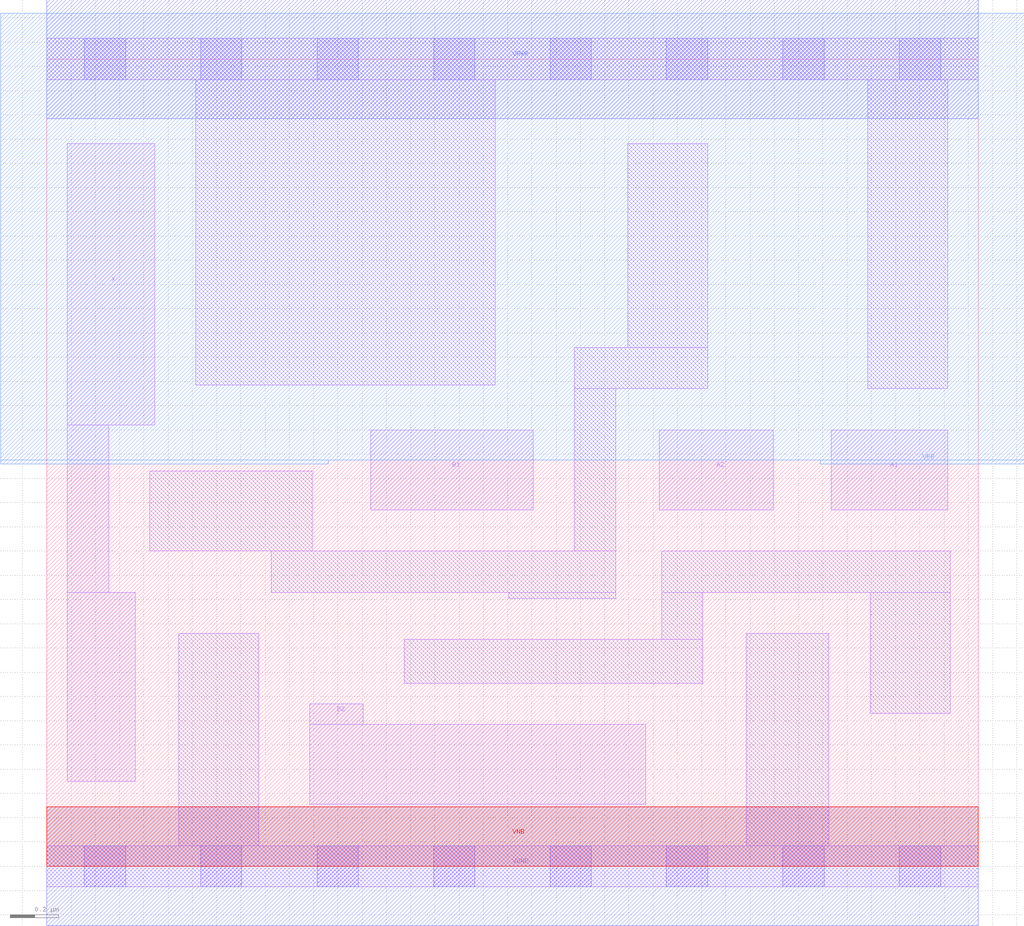
<source format=lef>
# Copyright 2020 The SkyWater PDK Authors
#
# Licensed under the Apache License, Version 2.0 (the "License");
# you may not use this file except in compliance with the License.
# You may obtain a copy of the License at
#
#     https://www.apache.org/licenses/LICENSE-2.0
#
# Unless required by applicable law or agreed to in writing, software
# distributed under the License is distributed on an "AS IS" BASIS,
# WITHOUT WARRANTIES OR CONDITIONS OF ANY KIND, either express or implied.
# See the License for the specific language governing permissions and
# limitations under the License.
#
# SPDX-License-Identifier: Apache-2.0

VERSION 5.7 ;
  NOWIREEXTENSIONATPIN ON ;
  DIVIDERCHAR "/" ;
  BUSBITCHARS "[]" ;
MACRO sky130_fd_sc_hs__o22a_1
  CLASS CORE ;
  FOREIGN sky130_fd_sc_hs__o22a_1 ;
  ORIGIN  0.000000  0.000000 ;
  SIZE  3.840000 BY  3.330000 ;
  SYMMETRY X Y ;
  SITE unit ;
  PIN A1
    ANTENNAGATEAREA  0.246000 ;
    DIRECTION INPUT ;
    USE SIGNAL ;
    PORT
      LAYER li1 ;
        RECT 3.235000 1.470000 3.715000 1.800000 ;
    END
  END A1
  PIN A2
    ANTENNAGATEAREA  0.246000 ;
    DIRECTION INPUT ;
    USE SIGNAL ;
    PORT
      LAYER li1 ;
        RECT 2.525000 1.470000 2.995000 1.800000 ;
    END
  END A2
  PIN B1
    ANTENNAGATEAREA  0.246000 ;
    DIRECTION INPUT ;
    USE SIGNAL ;
    PORT
      LAYER li1 ;
        RECT 1.335000 1.470000 2.005000 1.800000 ;
    END
  END B1
  PIN B2
    ANTENNAGATEAREA  0.246000 ;
    DIRECTION INPUT ;
    USE SIGNAL ;
    PORT
      LAYER li1 ;
        RECT 1.085000 0.255000 2.470000 0.585000 ;
        RECT 1.085000 0.585000 1.305000 0.670000 ;
    END
  END B2
  PIN X
    ANTENNADIFFAREA  0.541300 ;
    DIRECTION OUTPUT ;
    USE SIGNAL ;
    PORT
      LAYER li1 ;
        RECT 0.085000 0.350000 0.365000 1.130000 ;
        RECT 0.085000 1.130000 0.255000 1.820000 ;
        RECT 0.085000 1.820000 0.445000 2.980000 ;
    END
  END X
  PIN VGND
    DIRECTION INOUT ;
    USE GROUND ;
    PORT
      LAYER met1 ;
        RECT 0.000000 -0.245000 3.840000 0.245000 ;
    END
  END VGND
  PIN VNB
    DIRECTION INOUT ;
    USE GROUND ;
    PORT
      LAYER pwell ;
        RECT 0.000000 0.000000 3.840000 0.245000 ;
    END
  END VNB
  PIN VPB
    DIRECTION INOUT ;
    USE POWER ;
    PORT
      LAYER nwell ;
        RECT -0.190000 1.660000 1.160000 1.675000 ;
        RECT -0.190000 1.675000 4.030000 3.520000 ;
        RECT  3.190000 1.660000 4.030000 1.675000 ;
    END
  END VPB
  PIN VPWR
    DIRECTION INOUT ;
    USE POWER ;
    PORT
      LAYER met1 ;
        RECT 0.000000 3.085000 3.840000 3.575000 ;
    END
  END VPWR
  OBS
    LAYER li1 ;
      RECT 0.000000 -0.085000 3.840000 0.085000 ;
      RECT 0.000000  3.245000 3.840000 3.415000 ;
      RECT 0.425000  1.300000 1.095000 1.630000 ;
      RECT 0.545000  0.085000 0.875000 0.960000 ;
      RECT 0.615000  1.985000 1.850000 3.245000 ;
      RECT 0.925000  1.130000 2.345000 1.300000 ;
      RECT 1.475000  0.755000 2.705000 0.935000 ;
      RECT 1.905000  1.105000 2.345000 1.130000 ;
      RECT 2.175000  1.300000 2.345000 1.970000 ;
      RECT 2.175000  1.970000 2.725000 2.140000 ;
      RECT 2.395000  2.140000 2.725000 2.980000 ;
      RECT 2.535000  0.935000 2.705000 1.130000 ;
      RECT 2.535000  1.130000 3.725000 1.300000 ;
      RECT 2.885000  0.085000 3.225000 0.960000 ;
      RECT 3.385000  1.970000 3.715000 3.245000 ;
      RECT 3.395000  0.630000 3.725000 1.130000 ;
    LAYER mcon ;
      RECT 0.155000 -0.085000 0.325000 0.085000 ;
      RECT 0.155000  3.245000 0.325000 3.415000 ;
      RECT 0.635000 -0.085000 0.805000 0.085000 ;
      RECT 0.635000  3.245000 0.805000 3.415000 ;
      RECT 1.115000 -0.085000 1.285000 0.085000 ;
      RECT 1.115000  3.245000 1.285000 3.415000 ;
      RECT 1.595000 -0.085000 1.765000 0.085000 ;
      RECT 1.595000  3.245000 1.765000 3.415000 ;
      RECT 2.075000 -0.085000 2.245000 0.085000 ;
      RECT 2.075000  3.245000 2.245000 3.415000 ;
      RECT 2.555000 -0.085000 2.725000 0.085000 ;
      RECT 2.555000  3.245000 2.725000 3.415000 ;
      RECT 3.035000 -0.085000 3.205000 0.085000 ;
      RECT 3.035000  3.245000 3.205000 3.415000 ;
      RECT 3.515000 -0.085000 3.685000 0.085000 ;
      RECT 3.515000  3.245000 3.685000 3.415000 ;
  END
END sky130_fd_sc_hs__o22a_1
END LIBRARY

</source>
